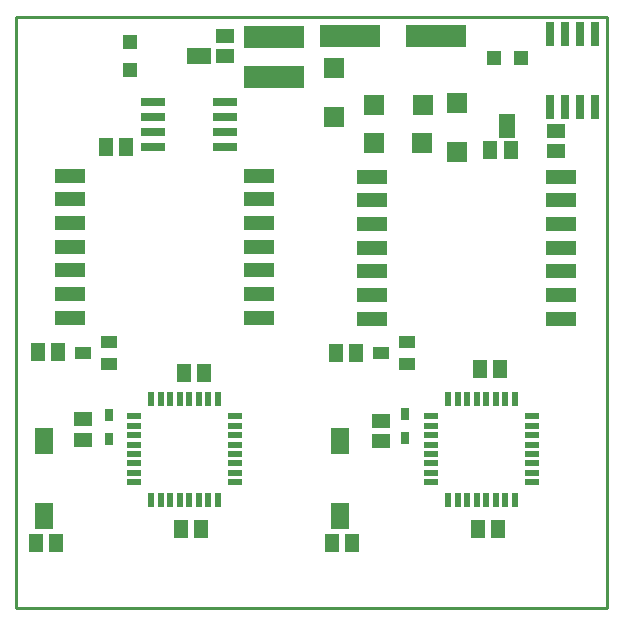
<source format=gtp>
G75*
G70*
%OFA0B0*%
%FSLAX24Y24*%
%IPPOS*%
%LPD*%
%AMOC8*
5,1,8,0,0,1.08239X$1,22.5*
%
%ADD10C,0.0100*%
%ADD11R,0.0591X0.0512*%
%ADD12R,0.1000X0.0500*%
%ADD13R,0.0220X0.0500*%
%ADD14R,0.0500X0.0220*%
%ADD15R,0.0800X0.0260*%
%ADD16R,0.0512X0.0591*%
%ADD17R,0.0551X0.0394*%
%ADD18R,0.0315X0.0394*%
%ADD19R,0.0630X0.0906*%
%ADD20R,0.0512X0.0512*%
%ADD21R,0.0787X0.0552*%
%ADD22R,0.2000X0.0720*%
%ADD23R,0.0260X0.0800*%
%ADD24R,0.0552X0.0787*%
%ADD25R,0.0709X0.0669*%
%ADD26R,0.0669X0.0709*%
D10*
X001167Y001356D02*
X001167Y021031D01*
X020842Y021031D01*
X020842Y021056D01*
X020842Y021031D02*
X020842Y001356D01*
X001167Y001356D01*
D11*
X003401Y006960D03*
X003401Y007629D03*
X013317Y007590D03*
X013317Y006921D03*
X019167Y016591D03*
X019167Y017260D03*
X008117Y019741D03*
X008117Y020410D03*
D12*
X009247Y015752D03*
X009247Y014964D03*
X009247Y014177D03*
X009247Y013389D03*
X009247Y012602D03*
X009247Y011815D03*
X009247Y011027D03*
X013017Y010994D03*
X013017Y011781D03*
X013017Y012568D03*
X013017Y013356D03*
X013017Y014143D03*
X013017Y014931D03*
X013017Y015718D03*
X019316Y015718D03*
X019316Y014931D03*
X019316Y014143D03*
X019316Y013356D03*
X019316Y012568D03*
X019316Y011781D03*
X019316Y010994D03*
X002948Y011027D03*
X002948Y011815D03*
X002948Y012602D03*
X002948Y013389D03*
X002948Y014177D03*
X002948Y014964D03*
X002948Y015752D03*
D13*
X005670Y008324D03*
X005985Y008324D03*
X006300Y008324D03*
X006615Y008324D03*
X006930Y008324D03*
X007245Y008324D03*
X007560Y008324D03*
X007875Y008324D03*
X007875Y004944D03*
X007560Y004944D03*
X007245Y004944D03*
X006930Y004944D03*
X006615Y004944D03*
X006300Y004944D03*
X005985Y004944D03*
X005670Y004944D03*
X015570Y004944D03*
X015885Y004944D03*
X016200Y004944D03*
X016515Y004944D03*
X016830Y004944D03*
X017145Y004944D03*
X017460Y004944D03*
X017775Y004944D03*
X017775Y008324D03*
X017460Y008324D03*
X017145Y008324D03*
X016830Y008324D03*
X016515Y008324D03*
X016200Y008324D03*
X015885Y008324D03*
X015570Y008324D03*
D14*
X014983Y007737D03*
X014983Y007422D03*
X014983Y007107D03*
X014983Y006792D03*
X014983Y006477D03*
X014983Y006162D03*
X014983Y005847D03*
X014983Y005532D03*
X018363Y005532D03*
X018363Y005847D03*
X018363Y006162D03*
X018363Y006477D03*
X018363Y006792D03*
X018363Y007107D03*
X018363Y007422D03*
X018363Y007737D03*
X008463Y007737D03*
X008463Y007422D03*
X008463Y007107D03*
X008463Y006792D03*
X008463Y006477D03*
X008463Y006162D03*
X008463Y005847D03*
X008463Y005532D03*
X005083Y005532D03*
X005083Y005847D03*
X005083Y006162D03*
X005083Y006477D03*
X005083Y006792D03*
X005083Y007107D03*
X005083Y007422D03*
X005083Y007737D03*
D15*
X005717Y016696D03*
X005717Y017196D03*
X005717Y017696D03*
X005717Y018196D03*
X008137Y018196D03*
X008137Y017696D03*
X008137Y017196D03*
X008137Y016696D03*
D16*
X004811Y016696D03*
X004142Y016696D03*
X002551Y009876D03*
X001882Y009876D03*
X006752Y009186D03*
X007421Y009186D03*
X011832Y009836D03*
X012501Y009836D03*
X016632Y009306D03*
X017301Y009306D03*
X017221Y003966D03*
X016552Y003966D03*
X012351Y003506D03*
X011682Y003506D03*
X007321Y003966D03*
X006652Y003966D03*
X002491Y003506D03*
X001822Y003506D03*
X016972Y016606D03*
X017641Y016606D03*
D17*
X014200Y010220D03*
X014200Y009472D03*
X013334Y009846D03*
X004260Y010220D03*
X004260Y009472D03*
X003394Y009846D03*
D18*
X004257Y007770D03*
X004257Y006982D03*
X014117Y007012D03*
X014117Y007800D03*
D19*
X011967Y006896D03*
X011967Y004416D03*
X002097Y004416D03*
X002097Y006896D03*
D20*
X004967Y019293D03*
X004967Y020199D03*
X017084Y019686D03*
X017989Y019686D03*
D21*
X007242Y019746D03*
D22*
X009747Y020376D03*
X009747Y019036D03*
X012277Y020416D03*
X015157Y020406D03*
D23*
X018947Y020476D03*
X019447Y020476D03*
X019947Y020476D03*
X020447Y020476D03*
X020447Y018056D03*
X019947Y018056D03*
X019447Y018056D03*
X018947Y018056D03*
D24*
X017537Y017411D03*
D25*
X014704Y016836D03*
X014714Y018126D03*
X013100Y018126D03*
X013090Y016836D03*
D26*
X011757Y017719D03*
X011757Y019333D03*
X015867Y018163D03*
X015867Y016549D03*
M02*

</source>
